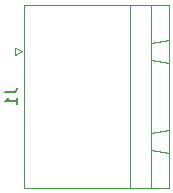
<source format=gbr>
%TF.GenerationSoftware,KiCad,Pcbnew,8.0.5*%
%TF.CreationDate,2025-01-04T18:37:31+03:00*%
%TF.ProjectId,Love_LEDs,4c6f7665-5f4c-4454-9473-2e6b69636164,rev?*%
%TF.SameCoordinates,Original*%
%TF.FileFunction,Legend,Bot*%
%TF.FilePolarity,Positive*%
%FSLAX46Y46*%
G04 Gerber Fmt 4.6, Leading zero omitted, Abs format (unit mm)*
G04 Created by KiCad (PCBNEW 8.0.5) date 2025-01-04 18:37:31*
%MOMM*%
%LPD*%
G01*
G04 APERTURE LIST*
%ADD10C,0.150000*%
%ADD11C,0.120000*%
G04 APERTURE END LIST*
D10*
X151477319Y-96166666D02*
X152191604Y-96166666D01*
X152191604Y-96166666D02*
X152334461Y-96119047D01*
X152334461Y-96119047D02*
X152429700Y-96023809D01*
X152429700Y-96023809D02*
X152477319Y-95880952D01*
X152477319Y-95880952D02*
X152477319Y-95785714D01*
X152477319Y-97166666D02*
X152477319Y-96595238D01*
X152477319Y-96880952D02*
X151477319Y-96880952D01*
X151477319Y-96880952D02*
X151620176Y-96785714D01*
X151620176Y-96785714D02*
X151715414Y-96690476D01*
X151715414Y-96690476D02*
X151763033Y-96595238D01*
D11*
%TO.C,J1*%
X165332500Y-88770000D02*
X153112500Y-88770000D01*
X162032500Y-104230000D02*
X162032500Y-88770000D01*
X162032500Y-88770000D02*
X163832500Y-88770000D01*
X165332500Y-104230000D02*
X165332500Y-88770000D01*
X165332500Y-93690000D02*
X165332500Y-91690000D01*
X165332500Y-91690000D02*
X163832500Y-91940000D01*
X152312500Y-92990000D02*
X152312500Y-92390000D01*
X152312500Y-92390000D02*
X152912500Y-92690000D01*
X152912500Y-92690000D02*
X152312500Y-92990000D01*
X163832500Y-91940000D02*
X163832500Y-93440000D01*
X163832500Y-93440000D02*
X165332500Y-93690000D01*
X165332500Y-101310000D02*
X165332500Y-99310000D01*
X165332500Y-99310000D02*
X163832500Y-99560000D01*
X163832500Y-99560000D02*
X163832500Y-101060000D01*
X163832500Y-101060000D02*
X165332500Y-101310000D01*
X153112500Y-88770000D02*
X153112500Y-104230000D01*
X163832500Y-104230000D02*
X162032500Y-104230000D01*
X163832500Y-88770000D02*
X163832500Y-104230000D01*
X153112500Y-104230000D02*
X165332500Y-104230000D01*
%TD*%
M02*

</source>
